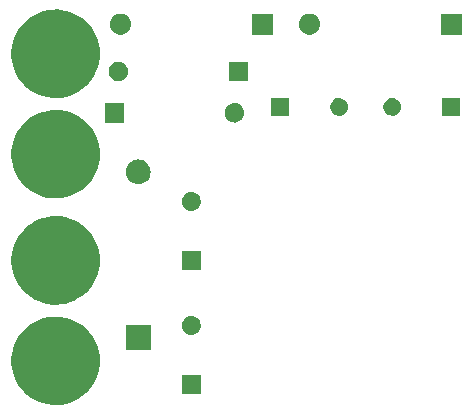
<source format=gbr>
%TF.GenerationSoftware,KiCad,Pcbnew,(5.99.0-8784-g9769da3804)*%
%TF.CreationDate,2021-02-02T16:43:27+01:00*%
%TF.ProjectId,SMPS Inline Filter with M3 holes - YGL92S-A,534d5053-2049-46e6-9c69-6e652046696c,rev?*%
%TF.SameCoordinates,Original*%
%TF.FileFunction,Soldermask,Top*%
%TF.FilePolarity,Negative*%
%FSLAX46Y46*%
G04 Gerber Fmt 4.6, Leading zero omitted, Abs format (unit mm)*
G04 Created by KiCad (PCBNEW (5.99.0-8784-g9769da3804)) date 2021-02-02 16:43:27*
%MOMM*%
%LPD*%
G01*
G04 APERTURE LIST*
%ADD10C,0.000000*%
G04 APERTURE END LIST*
D10*
G36*
X162186545Y-94534860D02*
G01*
X162353565Y-94582590D01*
X162505125Y-94667470D01*
X162633095Y-94784930D01*
X162730605Y-94928690D01*
X162792425Y-95091020D01*
X162815255Y-95263220D01*
X162815345Y-95275000D01*
X162795225Y-95447540D01*
X162735965Y-95610820D01*
X162640715Y-95756090D01*
X162514615Y-95875550D01*
X162364405Y-95962800D01*
X162198155Y-96013150D01*
X162024785Y-96023900D01*
X161853585Y-95994490D01*
X161693755Y-95926470D01*
X161553845Y-95823520D01*
X161441375Y-95691130D01*
X161362385Y-95536430D01*
X161321095Y-95367700D01*
X161319735Y-95194000D01*
X161358365Y-95024640D01*
X161434925Y-94868720D01*
X161545295Y-94734590D01*
X161683565Y-94629440D01*
X161842315Y-94558930D01*
X162013025Y-94526830D01*
X162186545Y-94534860D01*
G37*
G36*
X134041835Y-95555400D02*
G01*
X134421665Y-95624080D01*
X134792415Y-95731440D01*
X135150165Y-95876350D01*
X135491125Y-96057260D01*
X135811685Y-96272260D01*
X136108445Y-96519070D01*
X136378265Y-96795080D01*
X136618275Y-97097360D01*
X136825955Y-97422720D01*
X136999075Y-97767700D01*
X137135835Y-98128640D01*
X137234755Y-98501730D01*
X137294805Y-98883020D01*
X137315335Y-99268460D01*
X137315345Y-99275000D01*
X137295485Y-99660470D01*
X137236095Y-100041860D01*
X137137825Y-100415120D01*
X137001705Y-100776310D01*
X136829175Y-101121590D01*
X136622075Y-101447300D01*
X136382585Y-101750010D01*
X136113245Y-102026490D01*
X135816925Y-102273820D01*
X135496735Y-102489380D01*
X135156095Y-102670880D01*
X134798595Y-102816410D01*
X134428035Y-102924420D01*
X134048325Y-102993770D01*
X133663505Y-103023710D01*
X133277645Y-103013950D01*
X132894835Y-102964570D01*
X132519125Y-102876100D01*
X132154505Y-102749480D01*
X131804825Y-102586050D01*
X131473805Y-102387550D01*
X131164935Y-102156060D01*
X130881495Y-101894060D01*
X130626495Y-101604300D01*
X130402625Y-101289870D01*
X130212265Y-100954100D01*
X130057425Y-100600530D01*
X129939755Y-100232920D01*
X129860495Y-99855160D01*
X129820485Y-99471260D01*
X129820145Y-99085280D01*
X129859485Y-98701300D01*
X129938095Y-98323410D01*
X130055125Y-97955590D01*
X130209345Y-97601760D01*
X130399115Y-97265650D01*
X130622435Y-96950830D01*
X130876935Y-96660630D01*
X131159905Y-96398130D01*
X131468375Y-96166110D01*
X131799055Y-95967020D01*
X132148445Y-95802990D01*
X132512845Y-95675730D01*
X132888395Y-95586610D01*
X133271125Y-95536560D01*
X133656965Y-95526120D01*
X134041835Y-95555400D01*
G37*
G36*
X167965345Y-89175000D02*
G01*
X166165345Y-89175000D01*
X166165345Y-87375000D01*
X167965345Y-87375000D01*
X167965345Y-89175000D01*
G37*
G36*
X153315345Y-96025000D02*
G01*
X151815345Y-96025000D01*
X151815345Y-94525000D01*
X153315345Y-94525000D01*
X153315345Y-96025000D01*
G37*
G36*
X155343465Y-87419050D02*
G01*
X155515345Y-87495580D01*
X155667565Y-87606170D01*
X155793465Y-87745990D01*
X155887535Y-87908940D01*
X155945675Y-88087880D01*
X155965345Y-88275000D01*
X155945675Y-88462120D01*
X155887535Y-88641060D01*
X155793465Y-88804010D01*
X155667565Y-88943830D01*
X155515345Y-89054420D01*
X155343465Y-89130950D01*
X155159425Y-89170070D01*
X154971265Y-89170070D01*
X154787225Y-89130950D01*
X154615345Y-89054420D01*
X154463125Y-88943830D01*
X154337225Y-88804010D01*
X154243155Y-88641060D01*
X154185015Y-88462120D01*
X154165345Y-88275000D01*
X154185015Y-88087880D01*
X154243155Y-87908940D01*
X154337225Y-87745990D01*
X154463125Y-87606170D01*
X154615345Y-87495580D01*
X154787225Y-87419050D01*
X154971265Y-87379930D01*
X155159425Y-87379930D01*
X155343465Y-87419050D01*
G37*
G36*
X145226205Y-102491340D02*
G01*
X145395825Y-102546450D01*
X145549025Y-102637780D01*
X145678185Y-102760770D01*
X145776875Y-102909320D01*
X145840215Y-103076050D01*
X145865035Y-103252660D01*
X145865345Y-103275000D01*
X145845465Y-103452240D01*
X145786815Y-103620670D01*
X145692295Y-103771920D01*
X145566625Y-103898470D01*
X145416045Y-103994040D01*
X145248025Y-104053860D01*
X145070935Y-104074980D01*
X144893555Y-104056340D01*
X144724725Y-103998860D01*
X144572815Y-103905410D01*
X144445385Y-103780620D01*
X144348775Y-103630710D01*
X144287775Y-103463110D01*
X144265425Y-103286170D01*
X144282825Y-103108670D01*
X144339125Y-102939440D01*
X144431515Y-102786880D01*
X144555405Y-102658590D01*
X144704645Y-102560930D01*
X144871805Y-102498760D01*
X145048595Y-102475180D01*
X145226205Y-102491340D01*
G37*
G36*
X149890845Y-93100500D02*
G01*
X148239845Y-93100500D01*
X148239845Y-91449500D01*
X149890845Y-91449500D01*
X149890845Y-93100500D01*
G37*
G36*
X157686545Y-94534860D02*
G01*
X157853565Y-94582590D01*
X158005125Y-94667470D01*
X158133095Y-94784930D01*
X158230605Y-94928690D01*
X158292425Y-95091020D01*
X158315255Y-95263220D01*
X158315345Y-95275000D01*
X158295225Y-95447540D01*
X158235965Y-95610820D01*
X158140715Y-95756090D01*
X158014615Y-95875550D01*
X157864405Y-95962800D01*
X157698155Y-96013150D01*
X157524785Y-96023900D01*
X157353585Y-95994490D01*
X157193755Y-95926470D01*
X157053845Y-95823520D01*
X156941375Y-95691130D01*
X156862385Y-95536430D01*
X156821095Y-95367700D01*
X156819735Y-95194000D01*
X156858365Y-95024640D01*
X156934925Y-94868720D01*
X157045295Y-94734590D01*
X157183565Y-94629440D01*
X157342315Y-94558930D01*
X157513025Y-94526830D01*
X157686545Y-94534860D01*
G37*
G36*
X139390845Y-96600500D02*
G01*
X137739845Y-96600500D01*
X137739845Y-94949500D01*
X139390845Y-94949500D01*
X139390845Y-96600500D01*
G37*
G36*
X139121785Y-91478380D02*
G01*
X139287795Y-91543440D01*
X139435965Y-91642630D01*
X139559385Y-91771330D01*
X139652275Y-91923520D01*
X139710335Y-92092110D01*
X139730825Y-92269240D01*
X139730845Y-92275000D01*
X139711585Y-92452260D01*
X139654715Y-92621260D01*
X139562885Y-92774100D01*
X139440365Y-92903650D01*
X139292895Y-93003870D01*
X139127335Y-93070090D01*
X138951425Y-93099210D01*
X138773365Y-93089880D01*
X138601455Y-93042530D01*
X138443735Y-92959370D01*
X138307545Y-92844280D01*
X138199245Y-92702630D01*
X138123885Y-92541030D01*
X138084985Y-92367020D01*
X138084365Y-92188710D01*
X138122045Y-92014430D01*
X138196275Y-91852310D01*
X138303585Y-91709910D01*
X138438965Y-91593870D01*
X138596105Y-91509610D01*
X138767675Y-91461060D01*
X138945675Y-91450490D01*
X139121785Y-91478380D01*
G37*
G36*
X141615345Y-115825000D02*
G01*
X139515345Y-115825000D01*
X139515345Y-113725000D01*
X141615345Y-113725000D01*
X141615345Y-115825000D01*
G37*
G36*
X140747675Y-99740950D02*
G01*
X140945055Y-99796060D01*
X141127965Y-99888460D01*
X141289445Y-100014620D01*
X141423345Y-100169750D01*
X141524565Y-100347930D01*
X141589255Y-100542370D01*
X141614935Y-100745680D01*
X141615345Y-100775000D01*
X141595345Y-100978950D01*
X141536115Y-101175120D01*
X141439915Y-101356060D01*
X141310395Y-101514870D01*
X141152495Y-101645490D01*
X140972235Y-101742960D01*
X140776475Y-101803550D01*
X140572675Y-101824970D01*
X140368595Y-101806400D01*
X140172005Y-101748540D01*
X139990405Y-101653600D01*
X139830695Y-101525200D01*
X139698975Y-101368220D01*
X139600255Y-101188640D01*
X139538295Y-100993310D01*
X139515445Y-100789660D01*
X139532595Y-100585450D01*
X139589075Y-100388470D01*
X139682755Y-100206210D01*
X139810035Y-100045610D01*
X139966095Y-99912790D01*
X140144975Y-99812820D01*
X140339875Y-99749490D01*
X140543355Y-99725230D01*
X140747675Y-99740950D01*
G37*
G36*
X151965345Y-89175000D02*
G01*
X150165345Y-89175000D01*
X150165345Y-87375000D01*
X151965345Y-87375000D01*
X151965345Y-89175000D01*
G37*
G36*
X134041835Y-104555400D02*
G01*
X134421665Y-104624080D01*
X134792415Y-104731440D01*
X135150165Y-104876350D01*
X135491125Y-105057260D01*
X135811685Y-105272260D01*
X136108445Y-105519070D01*
X136378265Y-105795080D01*
X136618275Y-106097360D01*
X136825955Y-106422720D01*
X136999075Y-106767700D01*
X137135835Y-107128640D01*
X137234755Y-107501730D01*
X137294805Y-107883020D01*
X137315335Y-108268460D01*
X137315345Y-108275000D01*
X137295485Y-108660470D01*
X137236095Y-109041860D01*
X137137825Y-109415120D01*
X137001705Y-109776310D01*
X136829175Y-110121590D01*
X136622075Y-110447300D01*
X136382585Y-110750010D01*
X136113245Y-111026490D01*
X135816925Y-111273820D01*
X135496735Y-111489380D01*
X135156095Y-111670880D01*
X134798595Y-111816410D01*
X134428035Y-111924420D01*
X134048325Y-111993770D01*
X133663505Y-112023710D01*
X133277645Y-112013950D01*
X132894835Y-111964570D01*
X132519125Y-111876100D01*
X132154505Y-111749480D01*
X131804825Y-111586050D01*
X131473805Y-111387550D01*
X131164935Y-111156060D01*
X130881495Y-110894060D01*
X130626495Y-110604300D01*
X130402625Y-110289870D01*
X130212265Y-109954100D01*
X130057425Y-109600530D01*
X129939755Y-109232920D01*
X129860495Y-108855160D01*
X129820485Y-108471260D01*
X129820145Y-108085280D01*
X129859485Y-107701300D01*
X129938095Y-107323410D01*
X130055125Y-106955590D01*
X130209345Y-106601760D01*
X130399115Y-106265650D01*
X130622435Y-105950830D01*
X130876935Y-105660630D01*
X131159905Y-105398130D01*
X131468375Y-105166110D01*
X131799055Y-104967020D01*
X132148445Y-104802990D01*
X132512845Y-104675730D01*
X132888395Y-104586610D01*
X133271125Y-104536560D01*
X133656965Y-104526120D01*
X134041835Y-104555400D01*
G37*
G36*
X134041835Y-113055400D02*
G01*
X134421665Y-113124080D01*
X134792415Y-113231440D01*
X135150165Y-113376350D01*
X135491125Y-113557260D01*
X135811685Y-113772260D01*
X136108445Y-114019070D01*
X136378265Y-114295080D01*
X136618275Y-114597360D01*
X136825955Y-114922720D01*
X136999075Y-115267700D01*
X137135835Y-115628640D01*
X137234755Y-116001730D01*
X137294805Y-116383020D01*
X137315335Y-116768460D01*
X137315345Y-116775000D01*
X137295485Y-117160470D01*
X137236095Y-117541860D01*
X137137825Y-117915120D01*
X137001705Y-118276310D01*
X136829175Y-118621590D01*
X136622075Y-118947300D01*
X136382585Y-119250010D01*
X136113245Y-119526490D01*
X135816925Y-119773820D01*
X135496735Y-119989380D01*
X135156095Y-120170880D01*
X134798595Y-120316410D01*
X134428035Y-120424420D01*
X134048325Y-120493770D01*
X133663505Y-120523710D01*
X133277645Y-120513950D01*
X132894835Y-120464570D01*
X132519125Y-120376100D01*
X132154505Y-120249480D01*
X131804825Y-120086050D01*
X131473805Y-119887550D01*
X131164935Y-119656060D01*
X130881495Y-119394060D01*
X130626495Y-119104300D01*
X130402625Y-118789870D01*
X130212265Y-118454100D01*
X130057425Y-118100530D01*
X129939755Y-117732920D01*
X129860495Y-117355160D01*
X129820485Y-116971260D01*
X129820145Y-116585280D01*
X129859485Y-116201300D01*
X129938095Y-115823410D01*
X130055125Y-115455590D01*
X130209345Y-115101760D01*
X130399115Y-114765650D01*
X130622435Y-114450830D01*
X130876935Y-114160630D01*
X131159905Y-113898130D01*
X131468375Y-113666110D01*
X131799055Y-113467020D01*
X132148445Y-113302990D01*
X132512845Y-113175730D01*
X132888395Y-113086610D01*
X133271125Y-113036560D01*
X133656965Y-113026120D01*
X134041835Y-113055400D01*
G37*
G36*
X139343465Y-87419050D02*
G01*
X139515345Y-87495580D01*
X139667565Y-87606170D01*
X139793465Y-87745990D01*
X139887535Y-87908940D01*
X139945675Y-88087880D01*
X139965345Y-88275000D01*
X139945675Y-88462120D01*
X139887535Y-88641060D01*
X139793465Y-88804010D01*
X139667565Y-88943830D01*
X139515345Y-89054420D01*
X139343465Y-89130950D01*
X139159425Y-89170070D01*
X138971265Y-89170070D01*
X138787225Y-89130950D01*
X138615345Y-89054420D01*
X138463125Y-88943830D01*
X138337225Y-88804010D01*
X138243155Y-88641060D01*
X138185015Y-88462120D01*
X138165345Y-88275000D01*
X138185015Y-88087880D01*
X138243155Y-87908940D01*
X138337225Y-87745990D01*
X138463125Y-87606170D01*
X138615345Y-87495580D01*
X138787225Y-87419050D01*
X138971265Y-87379930D01*
X139159425Y-87379930D01*
X139343465Y-87419050D01*
G37*
G36*
X167815345Y-96025000D02*
G01*
X166315345Y-96025000D01*
X166315345Y-94525000D01*
X167815345Y-94525000D01*
X167815345Y-96025000D01*
G37*
G36*
X145865345Y-109075000D02*
G01*
X144265345Y-109075000D01*
X144265345Y-107475000D01*
X145865345Y-107475000D01*
X145865345Y-109075000D01*
G37*
G36*
X134041835Y-87055400D02*
G01*
X134421665Y-87124080D01*
X134792415Y-87231440D01*
X135150165Y-87376350D01*
X135491125Y-87557260D01*
X135811685Y-87772260D01*
X136108445Y-88019070D01*
X136378265Y-88295080D01*
X136618275Y-88597360D01*
X136825955Y-88922720D01*
X136999075Y-89267700D01*
X137135835Y-89628640D01*
X137234755Y-90001730D01*
X137294805Y-90383020D01*
X137315335Y-90768460D01*
X137315345Y-90775000D01*
X137295485Y-91160470D01*
X137236095Y-91541860D01*
X137137825Y-91915120D01*
X137001705Y-92276310D01*
X136829175Y-92621590D01*
X136622075Y-92947300D01*
X136382585Y-93250010D01*
X136113245Y-93526490D01*
X135816925Y-93773820D01*
X135496735Y-93989380D01*
X135156095Y-94170880D01*
X134798595Y-94316410D01*
X134428035Y-94424420D01*
X134048325Y-94493770D01*
X133663505Y-94523710D01*
X133277645Y-94513950D01*
X132894835Y-94464570D01*
X132519125Y-94376100D01*
X132154505Y-94249480D01*
X131804825Y-94086050D01*
X131473805Y-93887550D01*
X131164935Y-93656060D01*
X130881495Y-93394060D01*
X130626495Y-93104300D01*
X130402625Y-92789870D01*
X130212265Y-92454100D01*
X130057425Y-92100530D01*
X129939755Y-91732920D01*
X129860495Y-91355160D01*
X129820485Y-90971260D01*
X129820145Y-90585280D01*
X129859485Y-90201300D01*
X129938095Y-89823410D01*
X130055125Y-89455590D01*
X130209345Y-89101760D01*
X130399115Y-88765650D01*
X130622435Y-88450830D01*
X130876935Y-88160630D01*
X131159905Y-87898130D01*
X131468375Y-87666110D01*
X131799055Y-87467020D01*
X132148445Y-87302990D01*
X132512845Y-87175730D01*
X132888395Y-87086610D01*
X133271125Y-87036560D01*
X133656965Y-87026120D01*
X134041835Y-87055400D01*
G37*
G36*
X145865345Y-119575000D02*
G01*
X144265345Y-119575000D01*
X144265345Y-117975000D01*
X145865345Y-117975000D01*
X145865345Y-119575000D01*
G37*
G36*
X148941785Y-94978380D02*
G01*
X149107795Y-95043440D01*
X149255965Y-95142630D01*
X149379385Y-95271330D01*
X149472275Y-95423520D01*
X149530335Y-95592110D01*
X149550825Y-95769240D01*
X149550845Y-95775000D01*
X149531585Y-95952260D01*
X149474715Y-96121260D01*
X149382885Y-96274100D01*
X149260365Y-96403650D01*
X149112895Y-96503870D01*
X148947335Y-96570090D01*
X148771425Y-96599210D01*
X148593365Y-96589880D01*
X148421455Y-96542530D01*
X148263735Y-96459370D01*
X148127545Y-96344280D01*
X148019245Y-96202630D01*
X147943885Y-96041030D01*
X147904985Y-95867020D01*
X147904365Y-95688710D01*
X147942045Y-95514430D01*
X148016275Y-95352310D01*
X148123585Y-95209910D01*
X148258965Y-95093870D01*
X148416105Y-95009610D01*
X148587675Y-94961060D01*
X148765675Y-94950490D01*
X148941785Y-94978380D01*
G37*
G36*
X145226205Y-112991340D02*
G01*
X145395825Y-113046450D01*
X145549025Y-113137780D01*
X145678185Y-113260770D01*
X145776875Y-113409320D01*
X145840215Y-113576050D01*
X145865035Y-113752660D01*
X145865345Y-113775000D01*
X145845465Y-113952240D01*
X145786815Y-114120670D01*
X145692295Y-114271920D01*
X145566625Y-114398470D01*
X145416045Y-114494040D01*
X145248025Y-114553860D01*
X145070935Y-114574980D01*
X144893555Y-114556340D01*
X144724725Y-114498860D01*
X144572815Y-114405410D01*
X144445385Y-114280620D01*
X144348775Y-114130710D01*
X144287775Y-113963110D01*
X144265425Y-113786170D01*
X144282825Y-113608670D01*
X144339125Y-113439440D01*
X144431515Y-113286880D01*
X144555405Y-113158590D01*
X144704645Y-113060930D01*
X144871805Y-112998760D01*
X145048595Y-112975180D01*
X145226205Y-112991340D01*
G37*
M02*

</source>
